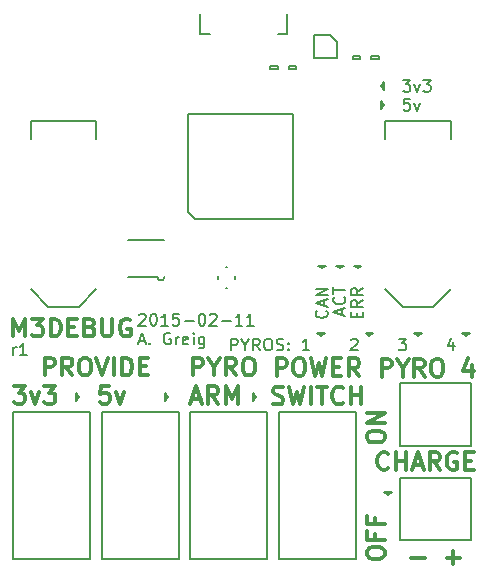
<source format=gto>
G04 #@! TF.FileFunction,Legend,Top*
%FSLAX46Y46*%
G04 Gerber Fmt 4.6, Leading zero omitted, Abs format (unit mm)*
G04 Created by KiCad (PCBNEW 0.201601071449+6428~40~ubuntu14.04.1-stable) date Thu 11 Feb 2016 16:27:28 GMT*
%MOMM*%
G01*
G04 APERTURE LIST*
%ADD10C,0.100000*%
%ADD11C,0.200000*%
%ADD12C,0.300000*%
%ADD13C,0.150000*%
G04 APERTURE END LIST*
D10*
D11*
X80738095Y-111952381D02*
X80738095Y-111285714D01*
X80738095Y-111476190D02*
X80785714Y-111380952D01*
X80833333Y-111333333D01*
X80928571Y-111285714D01*
X81023810Y-111285714D01*
X81880953Y-111952381D02*
X81309524Y-111952381D01*
X81595238Y-111952381D02*
X81595238Y-110952381D01*
X81500000Y-111095238D01*
X81404762Y-111190476D01*
X81309524Y-111238095D01*
X91390476Y-108547619D02*
X91438095Y-108500000D01*
X91533333Y-108452381D01*
X91771429Y-108452381D01*
X91866667Y-108500000D01*
X91914286Y-108547619D01*
X91961905Y-108642857D01*
X91961905Y-108738095D01*
X91914286Y-108880952D01*
X91342857Y-109452381D01*
X91961905Y-109452381D01*
X92580952Y-108452381D02*
X92676191Y-108452381D01*
X92771429Y-108500000D01*
X92819048Y-108547619D01*
X92866667Y-108642857D01*
X92914286Y-108833333D01*
X92914286Y-109071429D01*
X92866667Y-109261905D01*
X92819048Y-109357143D01*
X92771429Y-109404762D01*
X92676191Y-109452381D01*
X92580952Y-109452381D01*
X92485714Y-109404762D01*
X92438095Y-109357143D01*
X92390476Y-109261905D01*
X92342857Y-109071429D01*
X92342857Y-108833333D01*
X92390476Y-108642857D01*
X92438095Y-108547619D01*
X92485714Y-108500000D01*
X92580952Y-108452381D01*
X93866667Y-109452381D02*
X93295238Y-109452381D01*
X93580952Y-109452381D02*
X93580952Y-108452381D01*
X93485714Y-108595238D01*
X93390476Y-108690476D01*
X93295238Y-108738095D01*
X94771429Y-108452381D02*
X94295238Y-108452381D01*
X94247619Y-108928571D01*
X94295238Y-108880952D01*
X94390476Y-108833333D01*
X94628572Y-108833333D01*
X94723810Y-108880952D01*
X94771429Y-108928571D01*
X94819048Y-109023810D01*
X94819048Y-109261905D01*
X94771429Y-109357143D01*
X94723810Y-109404762D01*
X94628572Y-109452381D01*
X94390476Y-109452381D01*
X94295238Y-109404762D01*
X94247619Y-109357143D01*
X95247619Y-109071429D02*
X96009524Y-109071429D01*
X96676190Y-108452381D02*
X96771429Y-108452381D01*
X96866667Y-108500000D01*
X96914286Y-108547619D01*
X96961905Y-108642857D01*
X97009524Y-108833333D01*
X97009524Y-109071429D01*
X96961905Y-109261905D01*
X96914286Y-109357143D01*
X96866667Y-109404762D01*
X96771429Y-109452381D01*
X96676190Y-109452381D01*
X96580952Y-109404762D01*
X96533333Y-109357143D01*
X96485714Y-109261905D01*
X96438095Y-109071429D01*
X96438095Y-108833333D01*
X96485714Y-108642857D01*
X96533333Y-108547619D01*
X96580952Y-108500000D01*
X96676190Y-108452381D01*
X97390476Y-108547619D02*
X97438095Y-108500000D01*
X97533333Y-108452381D01*
X97771429Y-108452381D01*
X97866667Y-108500000D01*
X97914286Y-108547619D01*
X97961905Y-108642857D01*
X97961905Y-108738095D01*
X97914286Y-108880952D01*
X97342857Y-109452381D01*
X97961905Y-109452381D01*
X98390476Y-109071429D02*
X99152381Y-109071429D01*
X100152381Y-109452381D02*
X99580952Y-109452381D01*
X99866666Y-109452381D02*
X99866666Y-108452381D01*
X99771428Y-108595238D01*
X99676190Y-108690476D01*
X99580952Y-108738095D01*
X101104762Y-109452381D02*
X100533333Y-109452381D01*
X100819047Y-109452381D02*
X100819047Y-108452381D01*
X100723809Y-108595238D01*
X100628571Y-108690476D01*
X100533333Y-108738095D01*
X91390476Y-110766667D02*
X91866667Y-110766667D01*
X91295238Y-111052381D02*
X91628571Y-110052381D01*
X91961905Y-111052381D01*
X92295238Y-110957143D02*
X92342857Y-111004762D01*
X92295238Y-111052381D01*
X92247619Y-111004762D01*
X92295238Y-110957143D01*
X92295238Y-111052381D01*
X94057143Y-110100000D02*
X93961905Y-110052381D01*
X93819048Y-110052381D01*
X93676190Y-110100000D01*
X93580952Y-110195238D01*
X93533333Y-110290476D01*
X93485714Y-110480952D01*
X93485714Y-110623810D01*
X93533333Y-110814286D01*
X93580952Y-110909524D01*
X93676190Y-111004762D01*
X93819048Y-111052381D01*
X93914286Y-111052381D01*
X94057143Y-111004762D01*
X94104762Y-110957143D01*
X94104762Y-110623810D01*
X93914286Y-110623810D01*
X94533333Y-111052381D02*
X94533333Y-110385714D01*
X94533333Y-110576190D02*
X94580952Y-110480952D01*
X94628571Y-110433333D01*
X94723809Y-110385714D01*
X94819048Y-110385714D01*
X95533334Y-111004762D02*
X95438096Y-111052381D01*
X95247619Y-111052381D01*
X95152381Y-111004762D01*
X95104762Y-110909524D01*
X95104762Y-110528571D01*
X95152381Y-110433333D01*
X95247619Y-110385714D01*
X95438096Y-110385714D01*
X95533334Y-110433333D01*
X95580953Y-110528571D01*
X95580953Y-110623810D01*
X95104762Y-110719048D01*
X96009524Y-111052381D02*
X96009524Y-110385714D01*
X96009524Y-110052381D02*
X95961905Y-110100000D01*
X96009524Y-110147619D01*
X96057143Y-110100000D01*
X96009524Y-110052381D01*
X96009524Y-110147619D01*
X96914286Y-110385714D02*
X96914286Y-111195238D01*
X96866667Y-111290476D01*
X96819048Y-111338095D01*
X96723809Y-111385714D01*
X96580952Y-111385714D01*
X96485714Y-111338095D01*
X96914286Y-111004762D02*
X96819048Y-111052381D01*
X96628571Y-111052381D01*
X96533333Y-111004762D01*
X96485714Y-110957143D01*
X96438095Y-110861905D01*
X96438095Y-110576190D01*
X96485714Y-110480952D01*
X96533333Y-110433333D01*
X96628571Y-110385714D01*
X96819048Y-110385714D01*
X96914286Y-110433333D01*
D12*
X80757143Y-110378571D02*
X80757143Y-108878571D01*
X81257143Y-109950000D01*
X81757143Y-108878571D01*
X81757143Y-110378571D01*
X82328572Y-108878571D02*
X83257143Y-108878571D01*
X82757143Y-109450000D01*
X82971429Y-109450000D01*
X83114286Y-109521429D01*
X83185715Y-109592857D01*
X83257143Y-109735714D01*
X83257143Y-110092857D01*
X83185715Y-110235714D01*
X83114286Y-110307143D01*
X82971429Y-110378571D01*
X82542857Y-110378571D01*
X82400000Y-110307143D01*
X82328572Y-110235714D01*
X83900000Y-110378571D02*
X83900000Y-108878571D01*
X84257143Y-108878571D01*
X84471428Y-108950000D01*
X84614286Y-109092857D01*
X84685714Y-109235714D01*
X84757143Y-109521429D01*
X84757143Y-109735714D01*
X84685714Y-110021429D01*
X84614286Y-110164286D01*
X84471428Y-110307143D01*
X84257143Y-110378571D01*
X83900000Y-110378571D01*
X85400000Y-109592857D02*
X85900000Y-109592857D01*
X86114286Y-110378571D02*
X85400000Y-110378571D01*
X85400000Y-108878571D01*
X86114286Y-108878571D01*
X87257143Y-109592857D02*
X87471429Y-109664286D01*
X87542857Y-109735714D01*
X87614286Y-109878571D01*
X87614286Y-110092857D01*
X87542857Y-110235714D01*
X87471429Y-110307143D01*
X87328571Y-110378571D01*
X86757143Y-110378571D01*
X86757143Y-108878571D01*
X87257143Y-108878571D01*
X87400000Y-108950000D01*
X87471429Y-109021429D01*
X87542857Y-109164286D01*
X87542857Y-109307143D01*
X87471429Y-109450000D01*
X87400000Y-109521429D01*
X87257143Y-109592857D01*
X86757143Y-109592857D01*
X88257143Y-108878571D02*
X88257143Y-110092857D01*
X88328571Y-110235714D01*
X88400000Y-110307143D01*
X88542857Y-110378571D01*
X88828571Y-110378571D01*
X88971429Y-110307143D01*
X89042857Y-110235714D01*
X89114286Y-110092857D01*
X89114286Y-108878571D01*
X90614286Y-108950000D02*
X90471429Y-108878571D01*
X90257143Y-108878571D01*
X90042858Y-108950000D01*
X89900000Y-109092857D01*
X89828572Y-109235714D01*
X89757143Y-109521429D01*
X89757143Y-109735714D01*
X89828572Y-110021429D01*
X89900000Y-110164286D01*
X90042858Y-110307143D01*
X90257143Y-110378571D01*
X90400000Y-110378571D01*
X90614286Y-110307143D01*
X90685715Y-110235714D01*
X90685715Y-109735714D01*
X90400000Y-109735714D01*
D11*
X99190476Y-111552381D02*
X99190476Y-110552381D01*
X99571429Y-110552381D01*
X99666667Y-110600000D01*
X99714286Y-110647619D01*
X99761905Y-110742857D01*
X99761905Y-110885714D01*
X99714286Y-110980952D01*
X99666667Y-111028571D01*
X99571429Y-111076190D01*
X99190476Y-111076190D01*
X100380952Y-111076190D02*
X100380952Y-111552381D01*
X100047619Y-110552381D02*
X100380952Y-111076190D01*
X100714286Y-110552381D01*
X101619048Y-111552381D02*
X101285714Y-111076190D01*
X101047619Y-111552381D02*
X101047619Y-110552381D01*
X101428572Y-110552381D01*
X101523810Y-110600000D01*
X101571429Y-110647619D01*
X101619048Y-110742857D01*
X101619048Y-110885714D01*
X101571429Y-110980952D01*
X101523810Y-111028571D01*
X101428572Y-111076190D01*
X101047619Y-111076190D01*
X102238095Y-110552381D02*
X102428572Y-110552381D01*
X102523810Y-110600000D01*
X102619048Y-110695238D01*
X102666667Y-110885714D01*
X102666667Y-111219048D01*
X102619048Y-111409524D01*
X102523810Y-111504762D01*
X102428572Y-111552381D01*
X102238095Y-111552381D01*
X102142857Y-111504762D01*
X102047619Y-111409524D01*
X102000000Y-111219048D01*
X102000000Y-110885714D01*
X102047619Y-110695238D01*
X102142857Y-110600000D01*
X102238095Y-110552381D01*
X103047619Y-111504762D02*
X103190476Y-111552381D01*
X103428572Y-111552381D01*
X103523810Y-111504762D01*
X103571429Y-111457143D01*
X103619048Y-111361905D01*
X103619048Y-111266667D01*
X103571429Y-111171429D01*
X103523810Y-111123810D01*
X103428572Y-111076190D01*
X103238095Y-111028571D01*
X103142857Y-110980952D01*
X103095238Y-110933333D01*
X103047619Y-110838095D01*
X103047619Y-110742857D01*
X103095238Y-110647619D01*
X103142857Y-110600000D01*
X103238095Y-110552381D01*
X103476191Y-110552381D01*
X103619048Y-110600000D01*
X104047619Y-111457143D02*
X104095238Y-111504762D01*
X104047619Y-111552381D01*
X104000000Y-111504762D01*
X104047619Y-111457143D01*
X104047619Y-111552381D01*
X104047619Y-110933333D02*
X104095238Y-110980952D01*
X104047619Y-111028571D01*
X104000000Y-110980952D01*
X104047619Y-110933333D01*
X104047619Y-111028571D01*
X105809524Y-111552381D02*
X105238095Y-111552381D01*
X105523809Y-111552381D02*
X105523809Y-110552381D01*
X105428571Y-110695238D01*
X105333333Y-110790476D01*
X105238095Y-110838095D01*
X109338095Y-110647619D02*
X109385714Y-110600000D01*
X109480952Y-110552381D01*
X109719048Y-110552381D01*
X109814286Y-110600000D01*
X109861905Y-110647619D01*
X109909524Y-110742857D01*
X109909524Y-110838095D01*
X109861905Y-110980952D01*
X109290476Y-111552381D01*
X109909524Y-111552381D01*
X113390476Y-110552381D02*
X114009524Y-110552381D01*
X113676190Y-110933333D01*
X113819048Y-110933333D01*
X113914286Y-110980952D01*
X113961905Y-111028571D01*
X114009524Y-111123810D01*
X114009524Y-111361905D01*
X113961905Y-111457143D01*
X113914286Y-111504762D01*
X113819048Y-111552381D01*
X113533333Y-111552381D01*
X113438095Y-111504762D01*
X113390476Y-111457143D01*
X118014286Y-110885714D02*
X118014286Y-111552381D01*
X117776190Y-110504762D02*
X117538095Y-111219048D01*
X118157143Y-111219048D01*
X107257143Y-108195238D02*
X107304762Y-108242857D01*
X107352381Y-108385714D01*
X107352381Y-108480952D01*
X107304762Y-108623810D01*
X107209524Y-108719048D01*
X107114286Y-108766667D01*
X106923810Y-108814286D01*
X106780952Y-108814286D01*
X106590476Y-108766667D01*
X106495238Y-108719048D01*
X106400000Y-108623810D01*
X106352381Y-108480952D01*
X106352381Y-108385714D01*
X106400000Y-108242857D01*
X106447619Y-108195238D01*
X107066667Y-107814286D02*
X107066667Y-107338095D01*
X107352381Y-107909524D02*
X106352381Y-107576191D01*
X107352381Y-107242857D01*
X107352381Y-106909524D02*
X106352381Y-106909524D01*
X107352381Y-106338095D01*
X106352381Y-106338095D01*
X108566667Y-108528572D02*
X108566667Y-108052381D01*
X108852381Y-108623810D02*
X107852381Y-108290477D01*
X108852381Y-107957143D01*
X108757143Y-107052381D02*
X108804762Y-107100000D01*
X108852381Y-107242857D01*
X108852381Y-107338095D01*
X108804762Y-107480953D01*
X108709524Y-107576191D01*
X108614286Y-107623810D01*
X108423810Y-107671429D01*
X108280952Y-107671429D01*
X108090476Y-107623810D01*
X107995238Y-107576191D01*
X107900000Y-107480953D01*
X107852381Y-107338095D01*
X107852381Y-107242857D01*
X107900000Y-107100000D01*
X107947619Y-107052381D01*
X107852381Y-106766667D02*
X107852381Y-106195238D01*
X108852381Y-106480953D02*
X107852381Y-106480953D01*
X109828571Y-108766667D02*
X109828571Y-108433333D01*
X110352381Y-108290476D02*
X110352381Y-108766667D01*
X109352381Y-108766667D01*
X109352381Y-108290476D01*
X110352381Y-107290476D02*
X109876190Y-107623810D01*
X110352381Y-107861905D02*
X109352381Y-107861905D01*
X109352381Y-107480952D01*
X109400000Y-107385714D01*
X109447619Y-107338095D01*
X109542857Y-107290476D01*
X109685714Y-107290476D01*
X109780952Y-107338095D01*
X109828571Y-107385714D01*
X109876190Y-107480952D01*
X109876190Y-107861905D01*
X110352381Y-106290476D02*
X109876190Y-106623810D01*
X110352381Y-106861905D02*
X109352381Y-106861905D01*
X109352381Y-106480952D01*
X109400000Y-106385714D01*
X109447619Y-106338095D01*
X109542857Y-106290476D01*
X109685714Y-106290476D01*
X109780952Y-106338095D01*
X109828571Y-106385714D01*
X109876190Y-106480952D01*
X109876190Y-106861905D01*
X114314286Y-90252381D02*
X113838095Y-90252381D01*
X113790476Y-90728571D01*
X113838095Y-90680952D01*
X113933333Y-90633333D01*
X114171429Y-90633333D01*
X114266667Y-90680952D01*
X114314286Y-90728571D01*
X114361905Y-90823810D01*
X114361905Y-91061905D01*
X114314286Y-91157143D01*
X114266667Y-91204762D01*
X114171429Y-91252381D01*
X113933333Y-91252381D01*
X113838095Y-91204762D01*
X113790476Y-91157143D01*
X114695238Y-90585714D02*
X114933333Y-91252381D01*
X115171429Y-90585714D01*
X113742857Y-88652381D02*
X114361905Y-88652381D01*
X114028571Y-89033333D01*
X114171429Y-89033333D01*
X114266667Y-89080952D01*
X114314286Y-89128571D01*
X114361905Y-89223810D01*
X114361905Y-89461905D01*
X114314286Y-89557143D01*
X114266667Y-89604762D01*
X114171429Y-89652381D01*
X113885714Y-89652381D01*
X113790476Y-89604762D01*
X113742857Y-89557143D01*
X114695238Y-88985714D02*
X114933333Y-89652381D01*
X115171429Y-88985714D01*
X115457143Y-88652381D02*
X116076191Y-88652381D01*
X115742857Y-89033333D01*
X115885715Y-89033333D01*
X115980953Y-89080952D01*
X116028572Y-89128571D01*
X116076191Y-89223810D01*
X116076191Y-89461905D01*
X116028572Y-89557143D01*
X115980953Y-89604762D01*
X115885715Y-89652381D01*
X115600000Y-89652381D01*
X115504762Y-89604762D01*
X115457143Y-89557143D01*
D12*
X114428572Y-129107143D02*
X115571429Y-129107143D01*
X117428572Y-129107143D02*
X118571429Y-129107143D01*
X118000000Y-129678571D02*
X118000000Y-128535714D01*
X111928572Y-113778571D02*
X111928572Y-112278571D01*
X112500000Y-112278571D01*
X112642858Y-112350000D01*
X112714286Y-112421429D01*
X112785715Y-112564286D01*
X112785715Y-112778571D01*
X112714286Y-112921429D01*
X112642858Y-112992857D01*
X112500000Y-113064286D01*
X111928572Y-113064286D01*
X113714286Y-113064286D02*
X113714286Y-113778571D01*
X113214286Y-112278571D02*
X113714286Y-113064286D01*
X114214286Y-112278571D01*
X115571429Y-113778571D02*
X115071429Y-113064286D01*
X114714286Y-113778571D02*
X114714286Y-112278571D01*
X115285714Y-112278571D01*
X115428572Y-112350000D01*
X115500000Y-112421429D01*
X115571429Y-112564286D01*
X115571429Y-112778571D01*
X115500000Y-112921429D01*
X115428572Y-112992857D01*
X115285714Y-113064286D01*
X114714286Y-113064286D01*
X116500000Y-112278571D02*
X116785714Y-112278571D01*
X116928572Y-112350000D01*
X117071429Y-112492857D01*
X117142857Y-112778571D01*
X117142857Y-113278571D01*
X117071429Y-113564286D01*
X116928572Y-113707143D01*
X116785714Y-113778571D01*
X116500000Y-113778571D01*
X116357143Y-113707143D01*
X116214286Y-113564286D01*
X116142857Y-113278571D01*
X116142857Y-112778571D01*
X116214286Y-112492857D01*
X116357143Y-112350000D01*
X116500000Y-112278571D01*
X119571429Y-112778571D02*
X119571429Y-113778571D01*
X119214286Y-112207143D02*
X118857143Y-113278571D01*
X119785715Y-113278571D01*
X112500000Y-121535714D02*
X112428571Y-121607143D01*
X112214285Y-121678571D01*
X112071428Y-121678571D01*
X111857143Y-121607143D01*
X111714285Y-121464286D01*
X111642857Y-121321429D01*
X111571428Y-121035714D01*
X111571428Y-120821429D01*
X111642857Y-120535714D01*
X111714285Y-120392857D01*
X111857143Y-120250000D01*
X112071428Y-120178571D01*
X112214285Y-120178571D01*
X112428571Y-120250000D01*
X112500000Y-120321429D01*
X113142857Y-121678571D02*
X113142857Y-120178571D01*
X113142857Y-120892857D02*
X114000000Y-120892857D01*
X114000000Y-121678571D02*
X114000000Y-120178571D01*
X114642857Y-121250000D02*
X115357143Y-121250000D01*
X114500000Y-121678571D02*
X115000000Y-120178571D01*
X115500000Y-121678571D01*
X116857143Y-121678571D02*
X116357143Y-120964286D01*
X116000000Y-121678571D02*
X116000000Y-120178571D01*
X116571428Y-120178571D01*
X116714286Y-120250000D01*
X116785714Y-120321429D01*
X116857143Y-120464286D01*
X116857143Y-120678571D01*
X116785714Y-120821429D01*
X116714286Y-120892857D01*
X116571428Y-120964286D01*
X116000000Y-120964286D01*
X118285714Y-120250000D02*
X118142857Y-120178571D01*
X117928571Y-120178571D01*
X117714286Y-120250000D01*
X117571428Y-120392857D01*
X117500000Y-120535714D01*
X117428571Y-120821429D01*
X117428571Y-121035714D01*
X117500000Y-121321429D01*
X117571428Y-121464286D01*
X117714286Y-121607143D01*
X117928571Y-121678571D01*
X118071428Y-121678571D01*
X118285714Y-121607143D01*
X118357143Y-121535714D01*
X118357143Y-121035714D01*
X118071428Y-121035714D01*
X119000000Y-120892857D02*
X119500000Y-120892857D01*
X119714286Y-121678571D02*
X119000000Y-121678571D01*
X119000000Y-120178571D01*
X119714286Y-120178571D01*
X110678571Y-128857143D02*
X110678571Y-128571429D01*
X110750000Y-128428571D01*
X110892857Y-128285714D01*
X111178571Y-128214286D01*
X111678571Y-128214286D01*
X111964286Y-128285714D01*
X112107143Y-128428571D01*
X112178571Y-128571429D01*
X112178571Y-128857143D01*
X112107143Y-129000000D01*
X111964286Y-129142857D01*
X111678571Y-129214286D01*
X111178571Y-129214286D01*
X110892857Y-129142857D01*
X110750000Y-129000000D01*
X110678571Y-128857143D01*
X111392857Y-127071428D02*
X111392857Y-127571428D01*
X112178571Y-127571428D02*
X110678571Y-127571428D01*
X110678571Y-126857142D01*
X111392857Y-125785714D02*
X111392857Y-126285714D01*
X112178571Y-126285714D02*
X110678571Y-126285714D01*
X110678571Y-125571428D01*
X110678571Y-119000001D02*
X110678571Y-118714287D01*
X110750000Y-118571429D01*
X110892857Y-118428572D01*
X111178571Y-118357144D01*
X111678571Y-118357144D01*
X111964286Y-118428572D01*
X112107143Y-118571429D01*
X112178571Y-118714287D01*
X112178571Y-119000001D01*
X112107143Y-119142858D01*
X111964286Y-119285715D01*
X111678571Y-119357144D01*
X111178571Y-119357144D01*
X110892857Y-119285715D01*
X110750000Y-119142858D01*
X110678571Y-119000001D01*
X112178571Y-117714286D02*
X110678571Y-117714286D01*
X112178571Y-116857143D01*
X110678571Y-116857143D01*
X103035714Y-113728571D02*
X103035714Y-112228571D01*
X103607142Y-112228571D01*
X103750000Y-112300000D01*
X103821428Y-112371429D01*
X103892857Y-112514286D01*
X103892857Y-112728571D01*
X103821428Y-112871429D01*
X103750000Y-112942857D01*
X103607142Y-113014286D01*
X103035714Y-113014286D01*
X104821428Y-112228571D02*
X105107142Y-112228571D01*
X105250000Y-112300000D01*
X105392857Y-112442857D01*
X105464285Y-112728571D01*
X105464285Y-113228571D01*
X105392857Y-113514286D01*
X105250000Y-113657143D01*
X105107142Y-113728571D01*
X104821428Y-113728571D01*
X104678571Y-113657143D01*
X104535714Y-113514286D01*
X104464285Y-113228571D01*
X104464285Y-112728571D01*
X104535714Y-112442857D01*
X104678571Y-112300000D01*
X104821428Y-112228571D01*
X105964286Y-112228571D02*
X106321429Y-113728571D01*
X106607143Y-112657143D01*
X106892857Y-113728571D01*
X107250000Y-112228571D01*
X107821429Y-112942857D02*
X108321429Y-112942857D01*
X108535715Y-113728571D02*
X107821429Y-113728571D01*
X107821429Y-112228571D01*
X108535715Y-112228571D01*
X110035715Y-113728571D02*
X109535715Y-113014286D01*
X109178572Y-113728571D02*
X109178572Y-112228571D01*
X109750000Y-112228571D01*
X109892858Y-112300000D01*
X109964286Y-112371429D01*
X110035715Y-112514286D01*
X110035715Y-112728571D01*
X109964286Y-112871429D01*
X109892858Y-112942857D01*
X109750000Y-113014286D01*
X109178572Y-113014286D01*
X102750000Y-116057143D02*
X102964286Y-116128571D01*
X103321429Y-116128571D01*
X103464286Y-116057143D01*
X103535715Y-115985714D01*
X103607143Y-115842857D01*
X103607143Y-115700000D01*
X103535715Y-115557143D01*
X103464286Y-115485714D01*
X103321429Y-115414286D01*
X103035715Y-115342857D01*
X102892857Y-115271429D01*
X102821429Y-115200000D01*
X102750000Y-115057143D01*
X102750000Y-114914286D01*
X102821429Y-114771429D01*
X102892857Y-114700000D01*
X103035715Y-114628571D01*
X103392857Y-114628571D01*
X103607143Y-114700000D01*
X104107143Y-114628571D02*
X104464286Y-116128571D01*
X104750000Y-115057143D01*
X105035714Y-116128571D01*
X105392857Y-114628571D01*
X105964286Y-116128571D02*
X105964286Y-114628571D01*
X106464286Y-114628571D02*
X107321429Y-114628571D01*
X106892858Y-116128571D02*
X106892858Y-114628571D01*
X108678572Y-115985714D02*
X108607143Y-116057143D01*
X108392857Y-116128571D01*
X108250000Y-116128571D01*
X108035715Y-116057143D01*
X107892857Y-115914286D01*
X107821429Y-115771429D01*
X107750000Y-115485714D01*
X107750000Y-115271429D01*
X107821429Y-114985714D01*
X107892857Y-114842857D01*
X108035715Y-114700000D01*
X108250000Y-114628571D01*
X108392857Y-114628571D01*
X108607143Y-114700000D01*
X108678572Y-114771429D01*
X109321429Y-116128571D02*
X109321429Y-114628571D01*
X109321429Y-115342857D02*
X110178572Y-115342857D01*
X110178572Y-116128571D02*
X110178572Y-114628571D01*
X95957143Y-113678571D02*
X95957143Y-112178571D01*
X96528571Y-112178571D01*
X96671429Y-112250000D01*
X96742857Y-112321429D01*
X96814286Y-112464286D01*
X96814286Y-112678571D01*
X96742857Y-112821429D01*
X96671429Y-112892857D01*
X96528571Y-112964286D01*
X95957143Y-112964286D01*
X97742857Y-112964286D02*
X97742857Y-113678571D01*
X97242857Y-112178571D02*
X97742857Y-112964286D01*
X98242857Y-112178571D01*
X99600000Y-113678571D02*
X99100000Y-112964286D01*
X98742857Y-113678571D02*
X98742857Y-112178571D01*
X99314285Y-112178571D01*
X99457143Y-112250000D01*
X99528571Y-112321429D01*
X99600000Y-112464286D01*
X99600000Y-112678571D01*
X99528571Y-112821429D01*
X99457143Y-112892857D01*
X99314285Y-112964286D01*
X98742857Y-112964286D01*
X100528571Y-112178571D02*
X100814285Y-112178571D01*
X100957143Y-112250000D01*
X101100000Y-112392857D01*
X101171428Y-112678571D01*
X101171428Y-113178571D01*
X101100000Y-113464286D01*
X100957143Y-113607143D01*
X100814285Y-113678571D01*
X100528571Y-113678571D01*
X100385714Y-113607143D01*
X100242857Y-113464286D01*
X100171428Y-113178571D01*
X100171428Y-112678571D01*
X100242857Y-112392857D01*
X100385714Y-112250000D01*
X100528571Y-112178571D01*
X95885714Y-115650000D02*
X96600000Y-115650000D01*
X95742857Y-116078571D02*
X96242857Y-114578571D01*
X96742857Y-116078571D01*
X98100000Y-116078571D02*
X97600000Y-115364286D01*
X97242857Y-116078571D02*
X97242857Y-114578571D01*
X97814285Y-114578571D01*
X97957143Y-114650000D01*
X98028571Y-114721429D01*
X98100000Y-114864286D01*
X98100000Y-115078571D01*
X98028571Y-115221429D01*
X97957143Y-115292857D01*
X97814285Y-115364286D01*
X97242857Y-115364286D01*
X98742857Y-116078571D02*
X98742857Y-114578571D01*
X99242857Y-115650000D01*
X99742857Y-114578571D01*
X99742857Y-116078571D01*
X88871429Y-114578571D02*
X88157143Y-114578571D01*
X88085714Y-115292857D01*
X88157143Y-115221429D01*
X88300000Y-115150000D01*
X88657143Y-115150000D01*
X88800000Y-115221429D01*
X88871429Y-115292857D01*
X88942857Y-115435714D01*
X88942857Y-115792857D01*
X88871429Y-115935714D01*
X88800000Y-116007143D01*
X88657143Y-116078571D01*
X88300000Y-116078571D01*
X88157143Y-116007143D01*
X88085714Y-115935714D01*
X89442857Y-115078571D02*
X89800000Y-116078571D01*
X90157142Y-115078571D01*
X80814286Y-114578571D02*
X81742857Y-114578571D01*
X81242857Y-115150000D01*
X81457143Y-115150000D01*
X81600000Y-115221429D01*
X81671429Y-115292857D01*
X81742857Y-115435714D01*
X81742857Y-115792857D01*
X81671429Y-115935714D01*
X81600000Y-116007143D01*
X81457143Y-116078571D01*
X81028571Y-116078571D01*
X80885714Y-116007143D01*
X80814286Y-115935714D01*
X82242857Y-115078571D02*
X82600000Y-116078571D01*
X82957142Y-115078571D01*
X83385714Y-114578571D02*
X84314285Y-114578571D01*
X83814285Y-115150000D01*
X84028571Y-115150000D01*
X84171428Y-115221429D01*
X84242857Y-115292857D01*
X84314285Y-115435714D01*
X84314285Y-115792857D01*
X84242857Y-115935714D01*
X84171428Y-116007143D01*
X84028571Y-116078571D01*
X83599999Y-116078571D01*
X83457142Y-116007143D01*
X83385714Y-115935714D01*
X83392857Y-113678571D02*
X83392857Y-112178571D01*
X83964285Y-112178571D01*
X84107143Y-112250000D01*
X84178571Y-112321429D01*
X84250000Y-112464286D01*
X84250000Y-112678571D01*
X84178571Y-112821429D01*
X84107143Y-112892857D01*
X83964285Y-112964286D01*
X83392857Y-112964286D01*
X85750000Y-113678571D02*
X85250000Y-112964286D01*
X84892857Y-113678571D02*
X84892857Y-112178571D01*
X85464285Y-112178571D01*
X85607143Y-112250000D01*
X85678571Y-112321429D01*
X85750000Y-112464286D01*
X85750000Y-112678571D01*
X85678571Y-112821429D01*
X85607143Y-112892857D01*
X85464285Y-112964286D01*
X84892857Y-112964286D01*
X86678571Y-112178571D02*
X86964285Y-112178571D01*
X87107143Y-112250000D01*
X87250000Y-112392857D01*
X87321428Y-112678571D01*
X87321428Y-113178571D01*
X87250000Y-113464286D01*
X87107143Y-113607143D01*
X86964285Y-113678571D01*
X86678571Y-113678571D01*
X86535714Y-113607143D01*
X86392857Y-113464286D01*
X86321428Y-113178571D01*
X86321428Y-112678571D01*
X86392857Y-112392857D01*
X86535714Y-112250000D01*
X86678571Y-112178571D01*
X87750000Y-112178571D02*
X88250000Y-113678571D01*
X88750000Y-112178571D01*
X89250000Y-113678571D02*
X89250000Y-112178571D01*
X89964286Y-113678571D02*
X89964286Y-112178571D01*
X90321429Y-112178571D01*
X90535714Y-112250000D01*
X90678572Y-112392857D01*
X90750000Y-112535714D01*
X90821429Y-112821429D01*
X90821429Y-113035714D01*
X90750000Y-113321429D01*
X90678572Y-113464286D01*
X90535714Y-113607143D01*
X90321429Y-113678571D01*
X89964286Y-113678571D01*
X91464286Y-112892857D02*
X91964286Y-112892857D01*
X92178572Y-113678571D02*
X91464286Y-113678571D01*
X91464286Y-112178571D01*
X92178572Y-112178571D01*
D13*
X102475000Y-87725000D02*
X102475000Y-87475000D01*
X102475000Y-87475000D02*
X103125000Y-87475000D01*
X103125000Y-87475000D02*
X103125000Y-87725000D01*
X103125000Y-87725000D02*
X102475000Y-87725000D01*
X104075000Y-87725000D02*
X104075000Y-87475000D01*
X104075000Y-87475000D02*
X104725000Y-87475000D01*
X104725000Y-87475000D02*
X104725000Y-87725000D01*
X104725000Y-87725000D02*
X104075000Y-87725000D01*
X110125000Y-86675000D02*
X110125000Y-86925000D01*
X110125000Y-86925000D02*
X109475000Y-86925000D01*
X109475000Y-86925000D02*
X109475000Y-86675000D01*
X109475000Y-86675000D02*
X110125000Y-86675000D01*
X111725000Y-86675000D02*
X111725000Y-86925000D01*
X111725000Y-86925000D02*
X111075000Y-86925000D01*
X111075000Y-86925000D02*
X111075000Y-86675000D01*
X111075000Y-86675000D02*
X111725000Y-86675000D01*
X93825000Y-115500000D02*
X93575000Y-115825000D01*
X93825000Y-115500000D02*
X93575000Y-115175000D01*
X93575000Y-115825000D02*
X93575000Y-115175000D01*
X86325000Y-115500000D02*
X86075000Y-115825000D01*
X86325000Y-115500000D02*
X86075000Y-115175000D01*
X86075000Y-115825000D02*
X86075000Y-115175000D01*
X106800000Y-110325000D02*
X106475000Y-110075000D01*
X106800000Y-110325000D02*
X107125000Y-110075000D01*
X106475000Y-110075000D02*
X107125000Y-110075000D01*
X110900000Y-110325000D02*
X110575000Y-110075000D01*
X110900000Y-110325000D02*
X111225000Y-110075000D01*
X110575000Y-110075000D02*
X111225000Y-110075000D01*
X115000000Y-110325000D02*
X114675000Y-110075000D01*
X115000000Y-110325000D02*
X115325000Y-110075000D01*
X114675000Y-110075000D02*
X115325000Y-110075000D01*
X119100000Y-110325000D02*
X118775000Y-110075000D01*
X119100000Y-110325000D02*
X119425000Y-110075000D01*
X118775000Y-110075000D02*
X119425000Y-110075000D01*
X112125000Y-90800000D02*
X111875000Y-91125000D01*
X112125000Y-90800000D02*
X111875000Y-90475000D01*
X111875000Y-91125000D02*
X111875000Y-90475000D01*
X111875000Y-89200000D02*
X112125000Y-88875000D01*
X111875000Y-89200000D02*
X112125000Y-89525000D01*
X112125000Y-88875000D02*
X112125000Y-89525000D01*
X112500000Y-123825000D02*
X112175000Y-123575000D01*
X112500000Y-123825000D02*
X112825000Y-123575000D01*
X112175000Y-123575000D02*
X112825000Y-123575000D01*
X106900000Y-104625000D02*
X106575000Y-104375000D01*
X106900000Y-104625000D02*
X107225000Y-104375000D01*
X106575000Y-104375000D02*
X107225000Y-104375000D01*
X108400000Y-104625000D02*
X108075000Y-104375000D01*
X108400000Y-104625000D02*
X108725000Y-104375000D01*
X108075000Y-104375000D02*
X108725000Y-104375000D01*
X109900000Y-104625000D02*
X109575000Y-104375000D01*
X109900000Y-104625000D02*
X110225000Y-104375000D01*
X109575000Y-104375000D02*
X110225000Y-104375000D01*
X95550000Y-99850000D02*
X95550000Y-91550000D01*
X95550000Y-91550000D02*
X104450000Y-91550000D01*
X104450000Y-91550000D02*
X104450000Y-100450000D01*
X104450000Y-100450000D02*
X96150000Y-100450000D01*
X96150000Y-100450000D02*
X95550000Y-99850000D01*
X92950000Y-105350000D02*
X90450000Y-105350000D01*
X93550000Y-102250000D02*
X90450000Y-102250000D01*
X92950000Y-105350000D02*
G75*
G03X93550000Y-105350000I300000J0D01*
G01*
X108175000Y-85425000D02*
X108175000Y-86775000D01*
X108175000Y-86775000D02*
X106225000Y-86775000D01*
X106225000Y-86775000D02*
X106225000Y-84825000D01*
X106225000Y-84825000D02*
X107575000Y-84825000D01*
X107575000Y-84825000D02*
X108175000Y-85425000D01*
X87785000Y-93635000D02*
X87785000Y-92135000D01*
X87785000Y-92135000D02*
X82215000Y-92135000D01*
X82215000Y-92135000D02*
X82215000Y-93635000D01*
X82215000Y-106365000D02*
X83715000Y-107865000D01*
X83715000Y-107865000D02*
X86285000Y-107865000D01*
X86285000Y-107865000D02*
X87785000Y-106365000D01*
X117785000Y-93635000D02*
X117785000Y-92135000D01*
X117785000Y-92135000D02*
X112215000Y-92135000D01*
X112215000Y-92135000D02*
X112215000Y-93635000D01*
X112215000Y-106365000D02*
X113715000Y-107865000D01*
X113715000Y-107865000D02*
X116285000Y-107865000D01*
X116285000Y-107865000D02*
X117785000Y-106365000D01*
X103925000Y-84800000D02*
X103925000Y-83100000D01*
X103125000Y-84800000D02*
X103925000Y-84800000D01*
X96525000Y-84800000D02*
X97375000Y-84800000D01*
X96525000Y-83100000D02*
X96525000Y-84800000D01*
X102250000Y-116750000D02*
X95750000Y-116750000D01*
X102250000Y-129250000D02*
X102250000Y-116750000D01*
X95750000Y-129250000D02*
X102250000Y-129250000D01*
X95750000Y-116750000D02*
X95750000Y-129250000D01*
X109750000Y-116750000D02*
X103250000Y-116750000D01*
X109750000Y-129250000D02*
X109750000Y-116750000D01*
X103250000Y-129250000D02*
X109750000Y-129250000D01*
X103250000Y-116750000D02*
X103250000Y-129250000D01*
X94750000Y-116750000D02*
X88250000Y-116750000D01*
X94750000Y-129250000D02*
X94750000Y-116750000D01*
X88250000Y-129250000D02*
X94750000Y-129250000D01*
X88250000Y-116750000D02*
X88250000Y-129250000D01*
X87250000Y-116750000D02*
X80750000Y-116750000D01*
X87250000Y-129250000D02*
X87250000Y-116750000D01*
X80750000Y-129250000D02*
X87250000Y-129250000D01*
X80750000Y-116750000D02*
X80750000Y-129250000D01*
X98750000Y-106300000D02*
X98850000Y-106300000D01*
X98100000Y-105250000D02*
X98100000Y-105550000D01*
X98750000Y-104500000D02*
X98850000Y-104500000D01*
X99500000Y-105250000D02*
X99500000Y-105550000D01*
X113500000Y-122350000D02*
X119500000Y-122350000D01*
X119500000Y-122350000D02*
X119500000Y-127650000D01*
X119500000Y-127650000D02*
X113500000Y-127650000D01*
X113500000Y-127650000D02*
X113500000Y-122350000D01*
X113500000Y-114350000D02*
X119500000Y-114350000D01*
X119500000Y-114350000D02*
X119500000Y-119650000D01*
X119500000Y-119650000D02*
X113500000Y-119650000D01*
X113500000Y-119650000D02*
X113500000Y-114350000D01*
X101325000Y-115500000D02*
X101075000Y-115825000D01*
X101325000Y-115500000D02*
X101075000Y-115175000D01*
X101075000Y-115825000D02*
X101075000Y-115175000D01*
M02*

</source>
